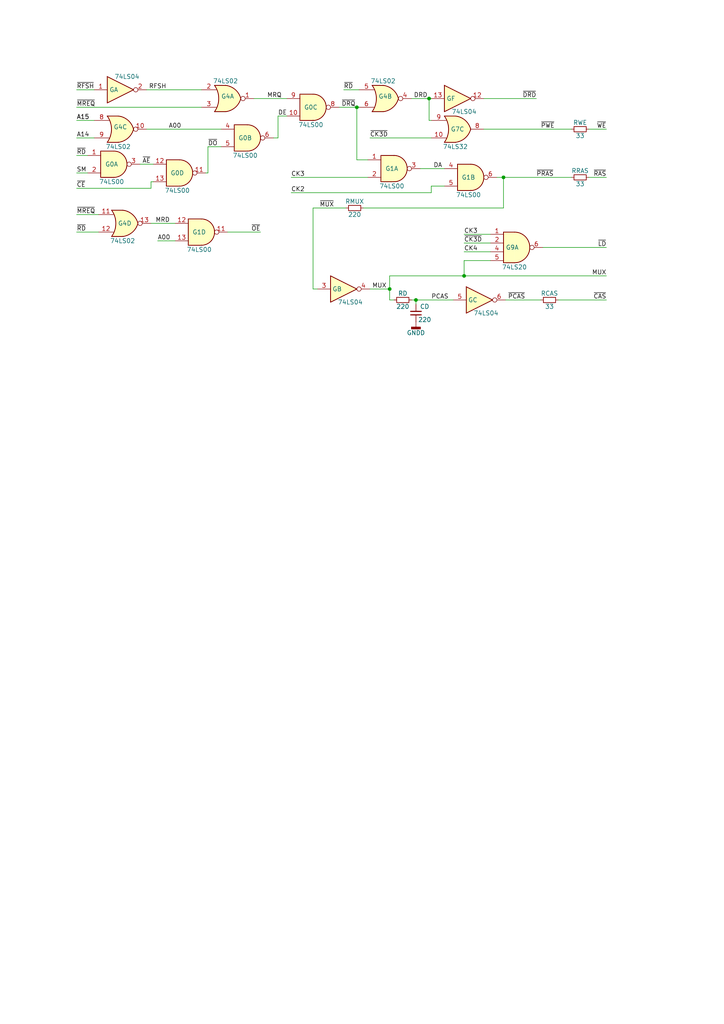
<source format=kicad_sch>
(kicad_sch (version 20231120) (generator "eeschema") (generator_version "8.0")
  (paper "A4" portrait)
  (lib_symbols
    (symbol "74xx:74LS00" (pin_names (offset 1.016))
      (property "Reference" "U" (at 0 1.27 0))
      (property "Value" "74LS00" (at 0 -1.27 0))
      (symbol "74LS00_1_1"
        (arc (start 0 -3.81) (mid 3.7934 0) (end 0 3.81) (stroke (width 0.254)) (fill (type background)))
        (polyline (pts (xy 0 3.81) (xy -3.81 3.81) (xy -3.81 -3.81) (xy 0 -3.81)) (stroke (width 0.254)) (fill (type background)))
        (pin input line (at -7.62 2.54 0) (length 3.81) (name "~") (number "1"))
        (pin input line (at -7.62 -2.54 0) (length 3.81) (name "~") (number "2"))
        (pin output inverted (at 7.62 0 180) (length 3.81) (name "~") (number "3"))
      )
      (symbol "74LS00_1_2"
        (arc (start -3.81 -3.81) (mid -2.589 0) (end -3.81 3.81) (stroke (width 0.254)))
        (arc (start -0.6096 -3.81) (mid 2.1842 -2.5851) (end 3.81 0) (stroke (width 0.254)) (fill (type background)))
        (polyline (pts (xy -3.81 -3.81) (xy -0.635 -3.81)) (stroke (width 0.254)) (fill (type background)))
        (polyline (pts (xy -3.81 3.81) (xy -0.635 3.81)) (stroke (width 0.254)) (fill (type background)))
        (polyline (pts (xy -0.635 3.81) (xy -3.81 3.81) (xy -3.81 3.81) (xy -3.556 3.4036) (xy -3.0226 2.2606) (xy -2.6924 1.0414) (xy -2.6162 -0.254) (xy -2.7686 -1.4986) (xy -3.175 -2.7178) (xy -3.81 -3.81) (xy -3.81 -3.81) (xy -0.635 -3.81)) (stroke (width -25.4)) (fill (type background)))
        (arc (start 3.81 0) (mid 2.1915 2.5936) (end -0.6096 3.81) (stroke (width 0.254)) (fill (type background)))
        (pin input inverted (at -7.62 2.54 0) (length 4.318) (name "~") (number "1"))
        (pin input inverted (at -7.62 -2.54 0) (length 4.318) (name "~") (number "2"))
        (pin output line (at 7.62 0 180) (length 3.81) (name "~") (number "3"))
      )
      (symbol "74LS00_2_1"
        (arc (start 0 -3.81) (mid 3.7934 0) (end 0 3.81) (stroke (width 0.254)) (fill (type background)))
        (polyline (pts (xy 0 3.81) (xy -3.81 3.81) (xy -3.81 -3.81) (xy 0 -3.81)) (stroke (width 0.254)) (fill (type background)))
        (pin input line (at -7.62 2.54 0) (length 3.81) (name "~") (number "4"))
        (pin input line (at -7.62 -2.54 0) (length 3.81) (name "~") (number "5"))
        (pin output inverted (at 7.62 0 180) (length 3.81) (name "~") (number "6"))
      )
      (symbol "74LS00_2_2"
        (arc (start -3.81 -3.81) (mid -2.589 0) (end -3.81 3.81) (stroke (width 0.254)))
        (arc (start -0.6096 -3.81) (mid 2.1842 -2.5851) (end 3.81 0) (stroke (width 0.254)) (fill (type background)))
        (polyline (pts (xy -3.81 -3.81) (xy -0.635 -3.81)) (stroke (width 0.254)) (fill (type background)))
        (polyline (pts (xy -3.81 3.81) (xy -0.635 3.81)) (stroke (width 0.254)) (fill (type background)))
        (polyline (pts (xy -0.635 3.81) (xy -3.81 3.81) (xy -3.81 3.81) (xy -3.556 3.4036) (xy -3.0226 2.2606) (xy -2.6924 1.0414) (xy -2.6162 -0.254) (xy -2.7686 -1.4986) (xy -3.175 -2.7178) (xy -3.81 -3.81) (xy -3.81 -3.81) (xy -0.635 -3.81)) (stroke (width -25.4)) (fill (type background)))
        (arc (start 3.81 0) (mid 2.1915 2.5936) (end -0.6096 3.81) (stroke (width 0.254)) (fill (type background)))
        (pin input inverted (at -7.62 2.54 0) (length 4.318) (name "~") (number "4"))
        (pin input inverted (at -7.62 -2.54 0) (length 4.318) (name "~") (number "5"))
        (pin output line (at 7.62 0 180) (length 3.81) (name "~") (number "6"))
      )
      (symbol "74LS00_3_1"
        (arc (start 0 -3.81) (mid 3.7934 0) (end 0 3.81) (stroke (width 0.254)) (fill (type background)))
        (polyline (pts (xy 0 3.81) (xy -3.81 3.81) (xy -3.81 -3.81) (xy 0 -3.81)) (stroke (width 0.254)) (fill (type background)))
        (pin input line (at -7.62 -2.54 0) (length 3.81) (name "~") (number "10"))
        (pin output inverted (at 7.62 0 180) (length 3.81) (name "~") (number "8"))
        (pin input line (at -7.62 2.54 0) (length 3.81) (name "~") (number "9"))
      )
      (symbol "74LS00_3_2"
        (arc (start -3.81 -3.81) (mid -2.589 0) (end -3.81 3.81) (stroke (width 0.254)))
        (arc (start -0.6096 -3.81) (mid 2.1842 -2.5851) (end 3.81 0) (stroke (width 0.254)) (fill (type background)))
        (polyline (pts (xy -3.81 -3.81) (xy -0.635 -3.81)) (stroke (width 0.254)) (fill (type background)))
        (polyline (pts (xy -3.81 3.81) (xy -0.635 3.81)) (stroke (width 0.254)) (fill (type background)))
        (polyline (pts (xy -0.635 3.81) (xy -3.81 3.81) (xy -3.81 3.81) (xy -3.556 3.4036) (xy -3.0226 2.2606) (xy -2.6924 1.0414) (xy -2.6162 -0.254) (xy -2.7686 -1.4986) (xy -3.175 -2.7178) (xy -3.81 -3.81) (xy -3.81 -3.81) (xy -0.635 -3.81)) (stroke (width -25.4)) (fill (type background)))
        (arc (start 3.81 0) (mid 2.1915 2.5936) (end -0.6096 3.81) (stroke (width 0.254)) (fill (type background)))
        (pin input inverted (at -7.62 -2.54 0) (length 4.318) (name "~") (number "10"))
        (pin output line (at 7.62 0 180) (length 3.81) (name "~") (number "8"))
        (pin input inverted (at -7.62 2.54 0) (length 4.318) (name "~") (number "9"))
      )
      (symbol "74LS00_4_1"
        (arc (start 0 -3.81) (mid 3.7934 0) (end 0 3.81) (stroke (width 0.254)) (fill (type background)))
        (polyline (pts (xy 0 3.81) (xy -3.81 3.81) (xy -3.81 -3.81) (xy 0 -3.81)) (stroke (width 0.254)) (fill (type background)))
        (pin output inverted (at 7.62 0 180) (length 3.81) (name "~") (number "11"))
        (pin input line (at -7.62 2.54 0) (length 3.81) (name "~") (number "12"))
        (pin input line (at -7.62 -2.54 0) (length 3.81) (name "~") (number "13"))
      )
      (symbol "74LS00_4_2"
        (arc (start -3.81 -3.81) (mid -2.589 0) (end -3.81 3.81) (stroke (width 0.254)))
        (arc (start -0.6096 -3.81) (mid 2.1842 -2.5851) (end 3.81 0) (stroke (width 0.254)) (fill (type background)))
        (polyline (pts (xy -3.81 -3.81) (xy -0.635 -3.81)) (stroke (width 0.254)) (fill (type background)))
        (polyline (pts (xy -3.81 3.81) (xy -0.635 3.81)) (stroke (width 0.254)) (fill (type background)))
        (polyline (pts (xy -0.635 3.81) (xy -3.81 3.81) (xy -3.81 3.81) (xy -3.556 3.4036) (xy -3.0226 2.2606) (xy -2.6924 1.0414) (xy -2.6162 -0.254) (xy -2.7686 -1.4986) (xy -3.175 -2.7178) (xy -3.81 -3.81) (xy -3.81 -3.81) (xy -0.635 -3.81)) (stroke (width -25.4)) (fill (type background)))
        (arc (start 3.81 0) (mid 2.1915 2.5936) (end -0.6096 3.81) (stroke (width 0.254)) (fill (type background)))
        (pin output line (at 7.62 0 180) (length 3.81) (name "~") (number "11"))
        (pin input inverted (at -7.62 2.54 0) (length 4.318) (name "~") (number "12"))
        (pin input inverted (at -7.62 -2.54 0) (length 4.318) (name "~") (number "13"))
      )
      (symbol "74LS00_5_0"
        (pin power_in line (at 0 12.7 270) (length 5.08) (name "VCC") (number "14"))
        (pin power_in line (at 0 -12.7 90) (length 5.08) (name "GND") (number "7"))
      )
      (symbol "74LS00_5_1"
        (rectangle (start -5.08 7.62) (end 5.08 -7.62) (stroke (width 0.254)) (fill (type background)))
      )
    )
    (symbol "74xx:74LS02" (pin_names (offset 1.016))
      (property "Reference" "U" (at 0 1.27 0))
      (property "Value" "74LS02" (at 0 -1.27 0))
      (symbol "74LS02_1_1"
        (arc (start -3.81 -3.81) (mid -2.589 0) (end -3.81 3.81) (stroke (width 0.254)))
        (arc (start -0.6096 -3.81) (mid 2.1842 -2.5851) (end 3.81 0) (stroke (width 0.254)) (fill (type background)))
        (polyline (pts (xy -3.81 -3.81) (xy -0.635 -3.81)) (stroke (width 0.254)) (fill (type background)))
        (polyline (pts (xy -3.81 3.81) (xy -0.635 3.81)) (stroke (width 0.254)) (fill (type background)))
        (polyline (pts (xy -0.635 3.81) (xy -3.81 3.81) (xy -3.81 3.81) (xy -3.556 3.4036) (xy -3.0226 2.2606) (xy -2.6924 1.0414) (xy -2.6162 -0.254) (xy -2.7686 -1.4986) (xy -3.175 -2.7178) (xy -3.81 -3.81) (xy -3.81 -3.81) (xy -0.635 -3.81)) (stroke (width -25.4)) (fill (type background)))
        (arc (start 3.81 0) (mid 2.1915 2.5936) (end -0.6096 3.81) (stroke (width 0.254)) (fill (type background)))
        (pin output inverted (at 7.62 0 180) (length 3.81) (name "~") (number "1"))
        (pin input line (at -7.62 2.54 0) (length 4.318) (name "~") (number "2"))
        (pin input line (at -7.62 -2.54 0) (length 4.318) (name "~") (number "3"))
      )
      (symbol "74LS02_1_2"
        (arc (start 0 -3.81) (mid 3.7934 0) (end 0 3.81) (stroke (width 0.254)) (fill (type background)))
        (polyline (pts (xy 0 3.81) (xy -3.81 3.81) (xy -3.81 -3.81) (xy 0 -3.81)) (stroke (width 0.254)) (fill (type background)))
        (pin output line (at 7.62 0 180) (length 3.81) (name "~") (number "1"))
        (pin input inverted (at -7.62 2.54 0) (length 3.81) (name "~") (number "2"))
        (pin input inverted (at -7.62 -2.54 0) (length 3.81) (name "~") (number "3"))
      )
      (symbol "74LS02_2_1"
        (arc (start -3.81 -3.81) (mid -2.589 0) (end -3.81 3.81) (stroke (width 0.254)))
        (arc (start -0.6096 -3.81) (mid 2.1842 -2.5851) (end 3.81 0) (stroke (width 0.254)) (fill (type background)))
        (polyline (pts (xy -3.81 -3.81) (xy -0.635 -3.81)) (stroke (width 0.254)) (fill (type background)))
        (polyline (pts (xy -3.81 3.81) (xy -0.635 3.81)) (stroke (width 0.254)) (fill (type background)))
        (polyline (pts (xy -0.635 3.81) (xy -3.81 3.81) (xy -3.81 3.81) (xy -3.556 3.4036) (xy -3.0226 2.2606) (xy -2.6924 1.0414) (xy -2.6162 -0.254) (xy -2.7686 -1.4986) (xy -3.175 -2.7178) (xy -3.81 -3.81) (xy -3.81 -3.81) (xy -0.635 -3.81)) (stroke (width -25.4)) (fill (type background)))
        (arc (start 3.81 0) (mid 2.1915 2.5936) (end -0.6096 3.81) (stroke (width 0.254)) (fill (type background)))
        (pin output inverted (at 7.62 0 180) (length 3.81) (name "~") (number "4"))
        (pin input line (at -7.62 2.54 0) (length 4.318) (name "~") (number "5"))
        (pin input line (at -7.62 -2.54 0) (length 4.318) (name "~") (number "6"))
      )
      (symbol "74LS02_2_2"
        (arc (start 0 -3.81) (mid 3.7934 0) (end 0 3.81) (stroke (width 0.254)) (fill (type background)))
        (polyline (pts (xy 0 3.81) (xy -3.81 3.81) (xy -3.81 -3.81) (xy 0 -3.81)) (stroke (width 0.254)) (fill (type background)))
        (pin output line (at 7.62 0 180) (length 3.81) (name "~") (number "4"))
        (pin input inverted (at -7.62 2.54 0) (length 3.81) (name "~") (number "5"))
        (pin input inverted (at -7.62 -2.54 0) (length 3.81) (name "~") (number "6"))
      )
      (symbol "74LS02_3_1"
        (arc (start -3.81 -3.81) (mid -2.589 0) (end -3.81 3.81) (stroke (width 0.254)))
        (arc (start -0.6096 -3.81) (mid 2.1842 -2.5851) (end 3.81 0) (stroke (width 0.254)) (fill (type background)))
        (polyline (pts (xy -3.81 -3.81) (xy -0.635 -3.81)) (stroke (width 0.254)) (fill (type background)))
        (polyline (pts (xy -3.81 3.81) (xy -0.635 3.81)) (stroke (width 0.254)) (fill (type background)))
        (polyline (pts (xy -0.635 3.81) (xy -3.81 3.81) (xy -3.81 3.81) (xy -3.556 3.4036) (xy -3.0226 2.2606) (xy -2.6924 1.0414) (xy -2.6162 -0.254) (xy -2.7686 -1.4986) (xy -3.175 -2.7178) (xy -3.81 -3.81) (xy -3.81 -3.81) (xy -0.635 -3.81)) (stroke (width -25.4)) (fill (type background)))
        (arc (start 3.81 0) (mid 2.1915 2.5936) (end -0.6096 3.81) (stroke (width 0.254)) (fill (type background)))
        (pin output inverted (at 7.62 0 180) (length 3.81) (name "~") (number "10"))
        (pin input line (at -7.62 2.54 0) (length 4.318) (name "~") (number "8"))
        (pin input line (at -7.62 -2.54 0) (length 4.318) (name "~") (number "9"))
      )
      (symbol "74LS02_3_2"
        (arc (start 0 -3.81) (mid 3.7934 0) (end 0 3.81) (stroke (width 0.254)) (fill (type background)))
        (polyline (pts (xy 0 3.81) (xy -3.81 3.81) (xy -3.81 -3.81) (xy 0 -3.81)) (stroke (width 0.254)) (fill (type background)))
        (pin output line (at 7.62 0 180) (length 3.81) (name "~") (number "10"))
        (pin input inverted (at -7.62 2.54 0) (length 3.81) (name "~") (number "8"))
        (pin input inverted (at -7.62 -2.54 0) (length 3.81) (name "~") (number "9"))
      )
      (symbol "74LS02_4_1"
        (arc (start -3.81 -3.81) (mid -2.589 0) (end -3.81 3.81) (stroke (width 0.254)))
        (arc (start -0.6096 -3.81) (mid 2.1842 -2.5851) (end 3.81 0) (stroke (width 0.254)) (fill (type background)))
        (polyline (pts (xy -3.81 -3.81) (xy -0.635 -3.81)) (stroke (width 0.254)) (fill (type background)))
        (polyline (pts (xy -3.81 3.81) (xy -0.635 3.81)) (stroke (width 0.254)) (fill (type background)))
        (polyline (pts (xy -0.635 3.81) (xy -3.81 3.81) (xy -3.81 3.81) (xy -3.556 3.4036) (xy -3.0226 2.2606) (xy -2.6924 1.0414) (xy -2.6162 -0.254) (xy -2.7686 -1.4986) (xy -3.175 -2.7178) (xy -3.81 -3.81) (xy -3.81 -3.81) (xy -0.635 -3.81)) (stroke (width -25.4)) (fill (type background)))
        (arc (start 3.81 0) (mid 2.1915 2.5936) (end -0.6096 3.81) (stroke (width 0.254)) (fill (type background)))
        (pin input line (at -7.62 2.54 0) (length 4.318) (name "~") (number "11"))
        (pin input line (at -7.62 -2.54 0) (length 4.318) (name "~") (number "12"))
        (pin output inverted (at 7.62 0 180) (length 3.81) (name "~") (number "13"))
      )
      (symbol "74LS02_4_2"
        (arc (start 0 -3.81) (mid 3.7934 0) (end 0 3.81) (stroke (width 0.254)) (fill (type background)))
        (polyline (pts (xy 0 3.81) (xy -3.81 3.81) (xy -3.81 -3.81) (xy 0 -3.81)) (stroke (width 0.254)) (fill (type background)))
        (pin input inverted (at -7.62 2.54 0) (length 3.81) (name "~") (number "11"))
        (pin input inverted (at -7.62 -2.54 0) (length 3.81) (name "~") (number "12"))
        (pin output line (at 7.62 0 180) (length 3.81) (name "~") (number "13"))
      )
      (symbol "74LS02_5_0"
        (pin power_in line (at 0 12.7 270) (length 5.08) (name "VCC") (number "14"))
        (pin power_in line (at 0 -12.7 90) (length 5.08) (name "GND") (number "7"))
      )
      (symbol "74LS02_5_1"
        (rectangle (start -5.08 7.62) (end 5.08 -7.62) (stroke (width 0.254)) (fill (type background)))
      )
    )
    (symbol "74xx:74LS04"
      (property "Reference" "U" (at 0 1.27 0))
      (property "Value" "74LS04" (at 0 -1.27 0))
      (symbol "74LS04_1_0"
        (polyline (pts (xy -3.81 3.81) (xy -3.81 -3.81) (xy 3.81 0) (xy -3.81 3.81)) (stroke (width 0.254)) (fill (type background)))
        (pin input line (at -7.62 0 0) (length 3.81) (name "~") (number "1"))
        (pin output inverted (at 7.62 0 180) (length 3.81) (name "~") (number "2"))
      )
      (symbol "74LS04_2_0"
        (polyline (pts (xy -3.81 3.81) (xy -3.81 -3.81) (xy 3.81 0) (xy -3.81 3.81)) (stroke (width 0.254)) (fill (type background)))
        (pin input line (at -7.62 0 0) (length 3.81) (name "~") (number "3"))
        (pin output inverted (at 7.62 0 180) (length 3.81) (name "~") (number "4"))
      )
      (symbol "74LS04_3_0"
        (polyline (pts (xy -3.81 3.81) (xy -3.81 -3.81) (xy 3.81 0) (xy -3.81 3.81)) (stroke (width 0.254)) (fill (type background)))
        (pin input line (at -7.62 0 0) (length 3.81) (name "~") (number "5"))
        (pin output inverted (at 7.62 0 180) (length 3.81) (name "~") (number "6"))
      )
      (symbol "74LS04_4_0"
        (polyline (pts (xy -3.81 3.81) (xy -3.81 -3.81) (xy 3.81 0) (xy -3.81 3.81)) (stroke (width 0.254)) (fill (type background)))
        (pin output inverted (at 7.62 0 180) (length 3.81) (name "~") (number "8"))
        (pin input line (at -7.62 0 0) (length 3.81) (name "~") (number "9"))
      )
      (symbol "74LS04_5_0"
        (polyline (pts (xy -3.81 3.81) (xy -3.81 -3.81) (xy 3.81 0) (xy -3.81 3.81)) (stroke (width 0.254)) (fill (type background)))
        (pin output inverted (at 7.62 0 180) (length 3.81) (name "~") (number "10"))
        (pin input line (at -7.62 0 0) (length 3.81) (name "~") (number "11"))
      )
      (symbol "74LS04_6_0"
        (polyline (pts (xy -3.81 3.81) (xy -3.81 -3.81) (xy 3.81 0) (xy -3.81 3.81)) (stroke (width 0.254)) (fill (type background)))
        (pin output inverted (at 7.62 0 180) (length 3.81) (name "~") (number "12"))
        (pin input line (at -7.62 0 0) (length 3.81) (name "~") (number "13"))
      )
      (symbol "74LS04_7_0"
        (pin power_in line (at 0 12.7 270) (length 5.08) (name "VCC") (number "14"))
        (pin power_in line (at 0 -12.7 90) (length 5.08) (name "GND") (number "7"))
      )
      (symbol "74LS04_7_1"
        (rectangle (start -5.08 7.62) (end 5.08 -7.62) (stroke (width 0.254)) (fill (type background)))
      )
    )
    (symbol "74xx:74LS20" (pin_names (offset 1.016))
      (property "Reference" "U" (at 0 1.27 0))
      (property "Value" "74LS20" (at 0 -1.27 0))
      (symbol "74LS20_1_1"
        (arc (start -0.635 -4.445) (mid 3.7907 0) (end -0.635 4.445) (stroke (width 0.254)) (fill (type background)))
        (polyline (pts (xy -0.635 4.445) (xy -3.81 4.445) (xy -3.81 -4.445) (xy -0.635 -4.445)) (stroke (width 0.254)) (fill (type background)))
        (pin input line (at -7.62 3.81 0) (length 3.81) (name "~") (number "1"))
        (pin input line (at -7.62 1.27 0) (length 3.81) (name "~") (number "2"))
        (pin input line (at -7.62 -1.27 0) (length 3.81) (name "~") (number "4"))
        (pin input line (at -7.62 -3.81 0) (length 3.81) (name "~") (number "5"))
        (pin output inverted (at 7.62 0 180) (length 3.81) (name "~") (number "6"))
      )
      (symbol "74LS20_1_2"
        (arc (start -3.81 -4.445) (mid -2.5908 0) (end -3.81 4.445) (stroke (width 0.254)))
        (arc (start -0.6096 -4.445) (mid 2.2246 -2.8422) (end 3.81 0) (stroke (width 0.254)) (fill (type background)))
        (polyline (pts (xy -3.81 -4.445) (xy -0.635 -4.445)) (stroke (width 0.254)) (fill (type background)))
        (polyline (pts (xy -3.81 4.445) (xy -0.635 4.445)) (stroke (width 0.254)) (fill (type background)))
        (polyline (pts (xy -0.635 4.445) (xy -3.81 4.445) (xy -3.81 4.445) (xy -3.6322 4.0894) (xy -3.0988 2.921) (xy -2.7686 1.6764) (xy -2.6162 0.4318) (xy -2.6416 -0.8636) (xy -2.8702 -2.1082) (xy -3.2512 -3.3274) (xy -3.81 -4.445) (xy -3.81 -4.445) (xy -0.635 -4.445)) (stroke (width -25.4)) (fill (type background)))
        (arc (start 3.81 0) (mid 2.2204 2.8379) (end -0.6096 4.445) (stroke (width 0.254)) (fill (type background)))
        (pin input inverted (at -7.62 3.81 0) (length 3.81) (name "~") (number "1"))
        (pin input inverted (at -7.62 1.27 0) (length 4.826) (name "~") (number "2"))
        (pin input inverted (at -7.62 -1.27 0) (length 4.826) (name "~") (number "4"))
        (pin input inverted (at -7.62 -3.81 0) (length 3.81) (name "~") (number "5"))
        (pin output line (at 7.62 0 180) (length 3.81) (name "~") (number "6"))
      )
      (symbol "74LS20_2_1"
        (arc (start -0.635 -4.445) (mid 3.7907 0) (end -0.635 4.445) (stroke (width 0.254)) (fill (type background)))
        (polyline (pts (xy -0.635 4.445) (xy -3.81 4.445) (xy -3.81 -4.445) (xy -0.635 -4.445)) (stroke (width 0.254)) (fill (type background)))
        (pin input line (at -7.62 1.27 0) (length 3.81) (name "~") (number "10"))
        (pin input line (at -7.62 -1.27 0) (length 3.81) (name "~") (number "12"))
        (pin input line (at -7.62 -3.81 0) (length 3.81) (name "~") (number "13"))
        (pin output inverted (at 7.62 0 180) (length 3.81) (name "~") (number "8"))
        (pin input line (at -7.62 3.81 0) (length 3.81) (name "~") (number "9"))
      )
      (symbol "74LS20_2_2"
        (arc (start -3.81 -4.445) (mid -2.5908 0) (end -3.81 4.445) (stroke (width 0.254)))
        (arc (start -0.6096 -4.445) (mid 2.2246 -2.8422) (end 3.81 0) (stroke (width 0.254)) (fill (type background)))
        (polyline (pts (xy -3.81 -4.445) (xy -0.635 -4.445)) (stroke (width 0.254)) (fill (type background)))
        (polyline (pts (xy -3.81 4.445) (xy -0.635 4.445)) (stroke (width 0.254)) (fill (type background)))
        (polyline (pts (xy -0.635 4.445) (xy -3.81 4.445) (xy -3.81 4.445) (xy -3.6322 4.0894) (xy -3.0988 2.921) (xy -2.7686 1.6764) (xy -2.6162 0.4318) (xy -2.6416 -0.8636) (xy -2.8702 -2.1082) (xy -3.2512 -3.3274) (xy -3.81 -4.445) (xy -3.81 -4.445) (xy -0.635 -4.445)) (stroke (width -25.4)) (fill (type background)))
        (arc (start 3.81 0) (mid 2.2204 2.8379) (end -0.6096 4.445) (stroke (width 0.254)) (fill (type background)))
        (pin input inverted (at -7.62 1.27 0) (length 4.826) (name "~") (number "10"))
        (pin input inverted (at -7.62 -1.27 0) (length 4.826) (name "~") (number "12"))
        (pin input inverted (at -7.62 -3.81 0) (length 3.81) (name "~") (number "13"))
        (pin output line (at 7.62 0 180) (length 3.81) (name "~") (number "8"))
        (pin input inverted (at -7.62 3.81 0) (length 3.81) (name "~") (number "9"))
      )
      (symbol "74LS20_3_0"
        (pin power_in line (at 0 12.7 270) (length 5.08) (name "VCC") (number "14"))
        (pin power_in line (at 0 -12.7 90) (length 5.08) (name "GND") (number "7"))
      )
      (symbol "74LS20_3_1"
        (rectangle (start -5.08 7.62) (end 5.08 -7.62) (stroke (width 0.254)) (fill (type background)))
      )
    )
    (symbol "74xx:74LS32" (pin_names (offset 1.016))
      (property "Reference" "U" (at 0 1.27 0))
      (property "Value" "74LS32" (at 0 -1.27 0))
      (symbol "74LS32_1_1"
        (arc (start -3.81 -3.81) (mid -2.589 0) (end -3.81 3.81) (stroke (width 0.254)))
        (arc (start -0.6096 -3.81) (mid 2.1842 -2.5851) (end 3.81 0) (stroke (width 0.254)) (fill (type background)))
        (polyline (pts (xy -3.81 -3.81) (xy -0.635 -3.81)) (stroke (width 0.254)) (fill (type background)))
        (polyline (pts (xy -3.81 3.81) (xy -0.635 3.81)) (stroke (width 0.254)) (fill (type background)))
        (polyline (pts (xy -0.635 3.81) (xy -3.81 3.81) (xy -3.81 3.81) (xy -3.556 3.4036) (xy -3.0226 2.2606) (xy -2.6924 1.0414) (xy -2.6162 -0.254) (xy -2.7686 -1.4986) (xy -3.175 -2.7178) (xy -3.81 -3.81) (xy -3.81 -3.81) (xy -0.635 -3.81)) (stroke (width -25.4)) (fill (type background)))
        (arc (start 3.81 0) (mid 2.1915 2.5936) (end -0.6096 3.81) (stroke (width 0.254)) (fill (type background)))
        (pin input line (at -7.62 2.54 0) (length 4.318) (name "~") (number "1"))
        (pin input line (at -7.62 -2.54 0) (length 4.318) (name "~") (number "2"))
        (pin output line (at 7.62 0 180) (length 3.81) (name "~") (number "3"))
      )
      (symbol "74LS32_1_2"
        (arc (start 0 -3.81) (mid 3.7934 0) (end 0 3.81) (stroke (width 0.254)) (fill (type background)))
        (polyline (pts (xy 0 3.81) (xy -3.81 3.81) (xy -3.81 -3.81) (xy 0 -3.81)) (stroke (width 0.254)) (fill (type background)))
        (pin input inverted (at -7.62 2.54 0) (length 3.81) (name "~") (number "1"))
        (pin input inverted (at -7.62 -2.54 0) (length 3.81) (name "~") (number "2"))
        (pin output inverted (at 7.62 0 180) (length 3.81) (name "~") (number "3"))
      )
      (symbol "74LS32_2_1"
        (arc (start -3.81 -3.81) (mid -2.589 0) (end -3.81 3.81) (stroke (width 0.254)))
        (arc (start -0.6096 -3.81) (mid 2.1842 -2.5851) (end 3.81 0) (stroke (width 0.254)) (fill (type background)))
        (polyline (pts (xy -3.81 -3.81) (xy -0.635 -3.81)) (stroke (width 0.254)) (fill (type background)))
        (polyline (pts (xy -3.81 3.81) (xy -0.635 3.81)) (stroke (width 0.254)) (fill (type background)))
        (polyline (pts (xy -0.635 3.81) (xy -3.81 3.81) (xy -3.81 3.81) (xy -3.556 3.4036) (xy -3.0226 2.2606) (xy -2.6924 1.0414) (xy -2.6162 -0.254) (xy -2.7686 -1.4986) (xy -3.175 -2.7178) (xy -3.81 -3.81) (xy -3.81 -3.81) (xy -0.635 -3.81)) (stroke (width -25.4)) (fill (type background)))
        (arc (start 3.81 0) (mid 2.1915 2.5936) (end -0.6096 3.81) (stroke (width 0.254)) (fill (type background)))
        (pin input line (at -7.62 2.54 0) (length 4.318) (name "~") (number "4"))
        (pin input line (at -7.62 -2.54 0) (length 4.318) (name "~") (number "5"))
        (pin output line (at 7.62 0 180) (length 3.81) (name "~") (number "6"))
      )
      (symbol "74LS32_2_2"
        (arc (start 0 -3.81) (mid 3.7934 0) (end 0 3.81) (stroke (width 0.254)) (fill (type background)))
        (polyline (pts (xy 0 3.81) (xy -3.81 3.81) (xy -3.81 -3.81) (xy 0 -3.81)) (stroke (width 0.254)) (fill (type background)))
        (pin input inverted (at -7.62 2.54 0) (length 3.81) (name "~") (number "4"))
        (pin input inverted (at -7.62 -2.54 0) (length 3.81) (name "~") (number "5"))
        (pin output inverted (at 7.62 0 180) (length 3.81) (name "~") (number "6"))
      )
      (symbol "74LS32_3_1"
        (arc (start -3.81 -3.81) (mid -2.589 0) (end -3.81 3.81) (stroke (width 0.254)))
        (arc (start -0.6096 -3.81) (mid 2.1842 -2.5851) (end 3.81 0) (stroke (width 0.254)) (fill (type background)))
        (polyline (pts (xy -3.81 -3.81) (xy -0.635 -3.81)) (stroke (width 0.254)) (fill (type background)))
        (polyline (pts (xy -3.81 3.81) (xy -0.635 3.81)) (stroke (width 0.254)) (fill (type background)))
        (polyline (pts (xy -0.635 3.81) (xy -3.81 3.81) (xy -3.81 3.81) (xy -3.556 3.4036) (xy -3.0226 2.2606) (xy -2.6924 1.0414) (xy -2.6162 -0.254) (xy -2.7686 -1.4986) (xy -3.175 -2.7178) (xy -3.81 -3.81) (xy -3.81 -3.81) (xy -0.635 -3.81)) (stroke (width -25.4)) (fill (type background)))
        (arc (start 3.81 0) (mid 2.1915 2.5936) (end -0.6096 3.81) (stroke (width 0.254)) (fill (type background)))
        (pin input line (at -7.62 -2.54 0) (length 4.318) (name "~") (number "10"))
        (pin output line (at 7.62 0 180) (length 3.81) (name "~") (number "8"))
        (pin input line (at -7.62 2.54 0) (length 4.318) (name "~") (number "9"))
      )
      (symbol "74LS32_3_2"
        (arc (start 0 -3.81) (mid 3.7934 0) (end 0 3.81) (stroke (width 0.254)) (fill (type background)))
        (polyline (pts (xy 0 3.81) (xy -3.81 3.81) (xy -3.81 -3.81) (xy 0 -3.81)) (stroke (width 0.254)) (fill (type background)))
        (pin input inverted (at -7.62 -2.54 0) (length 3.81) (name "~") (number "10"))
        (pin output inverted (at 7.62 0 180) (length 3.81) (name "~") (number "8"))
        (pin input inverted (at -7.62 2.54 0) (length 3.81) (name "~") (number "9"))
      )
      (symbol "74LS32_4_1"
        (arc (start -3.81 -3.81) (mid -2.589 0) (end -3.81 3.81) (stroke (width 0.254)))
        (arc (start -0.6096 -3.81) (mid 2.1842 -2.5851) (end 3.81 0) (stroke (width 0.254)) (fill (type background)))
        (polyline (pts (xy -3.81 -3.81) (xy -0.635 -3.81)) (stroke (width 0.254)) (fill (type background)))
        (polyline (pts (xy -3.81 3.81) (xy -0.635 3.81)) (stroke (width 0.254)) (fill (type background)))
        (polyline (pts (xy -0.635 3.81) (xy -3.81 3.81) (xy -3.81 3.81) (xy -3.556 3.4036) (xy -3.0226 2.2606) (xy -2.6924 1.0414) (xy -2.6162 -0.254) (xy -2.7686 -1.4986) (xy -3.175 -2.7178) (xy -3.81 -3.81) (xy -3.81 -3.81) (xy -0.635 -3.81)) (stroke (width -25.4)) (fill (type background)))
        (arc (start 3.81 0) (mid 2.1915 2.5936) (end -0.6096 3.81) (stroke (width 0.254)) (fill (type background)))
        (pin output line (at 7.62 0 180) (length 3.81) (name "~") (number "11"))
        (pin input line (at -7.62 2.54 0) (length 4.318) (name "~") (number "12"))
        (pin input line (at -7.62 -2.54 0) (length 4.318) (name "~") (number "13"))
      )
      (symbol "74LS32_4_2"
        (arc (start 0 -3.81) (mid 3.7934 0) (end 0 3.81) (stroke (width 0.254)) (fill (type background)))
        (polyline (pts (xy 0 3.81) (xy -3.81 3.81) (xy -3.81 -3.81) (xy 0 -3.81)) (stroke (width 0.254)) (fill (type background)))
        (pin output inverted (at 7.62 0 180) (length 3.81) (name "~") (number "11"))
        (pin input inverted (at -7.62 2.54 0) (length 3.81) (name "~") (number "12"))
        (pin input inverted (at -7.62 -2.54 0) (length 3.81) (name "~") (number "13"))
      )
      (symbol "74LS32_5_0"
        (pin power_in line (at 0 12.7 270) (length 5.08) (name "VCC") (number "14"))
        (pin power_in line (at 0 -12.7 90) (length 5.08) (name "GND") (number "7"))
      )
      (symbol "74LS32_5_1"
        (rectangle (start -5.08 7.62) (end 5.08 -7.62) (stroke (width 0.254)) (fill (type background)))
      )
    )
    (symbol "Device:C_Small" (pin_numbers hide) (pin_names (offset 0.254) hide)
      (property "Reference" "C" (at 0.254 1.778 0))
      (property "Value" "C_Small" (at 0.254 -2.032 0))
      (symbol "C_Small_0_1"
        (polyline (pts (xy -1.524 -0.508) (xy 1.524 -0.508)) (stroke (width 0.3302)))
        (polyline (pts (xy -1.524 0.508) (xy 1.524 0.508)) (stroke (width 0.3048)))
      )
      (symbol "C_Small_1_1"
        (pin passive line (at 0 2.54 270) (length 2.032) (name "~") (number "1"))
        (pin passive line (at 0 -2.54 90) (length 2.032) (name "~") (number "2"))
      )
    )
    (symbol "Device:R_Small" (pin_numbers hide) (pin_names (offset 0.254) hide)
      (property "Reference" "R" (at 0.762 0.508 0))
      (property "Value" "R_Small" (at 0.762 -1.016 0))
      (symbol "R_Small_0_1"
        (rectangle (start -0.762 1.778) (end 0.762 -1.778) (stroke (width 0.2032)))
      )
      (symbol "R_Small_1_1"
        (pin passive line (at 0 2.54 270) (length 0.762) (name "~") (number "1"))
        (pin passive line (at 0 -2.54 90) (length 0.762) (name "~") (number "2"))
      )
    )
    (symbol "power:GNDD" (power) (pin_numbers hide) (pin_names (offset 0) hide)
      (property "Value" "GNDD" (at 0 -3.175 0))
      (symbol "GNDD_0_1"
        (rectangle (start -1.27 -1.524) (end 1.27 -2.032) (stroke (width 0.254)) (fill (type outline)))
        (polyline (pts (xy 0 0) (xy 0 -1.524)))
      )
      (symbol "GNDD_1_1"
        (pin power_in line (at 0 0 270) (length 0) (name "~") (number "1"))
      )
    )
  )
  (junction (at 124.46 28.575))
  (junction (at 113.03 83.82))
  (junction (at 134.62 80.01))
  (junction (at 120.65 86.995))
  (junction (at 103.505 31.115))
  (junction (at 146.05 51.435))
  (wire (pts (xy 90.805 83.82) (xy 92.075 83.82)))
  (wire (pts (xy 124.46 28.575) (xy 124.46 34.925)))
  (wire (pts (xy 105.41 60.325) (xy 146.05 60.325)))
  (wire (pts (xy 125.095 34.925) (xy 124.46 34.925)))
  (wire (pts (xy 106.68 46.355) (xy 103.505 46.355)))
  (wire (pts (xy 66.04 67.31) (xy 75.565 67.31)))
  (wire (pts (xy 107.315 83.82) (xy 113.03 83.82)))
  (wire (pts (xy 84.455 55.88) (xy 125.095 55.88)))
  (wire (pts (xy 80.645 40.005) (xy 79.375 40.005)))
  (wire (pts (xy 134.62 75.565) (xy 134.62 80.01)))
  (wire (pts (xy 161.925 86.995) (xy 175.895 86.995)))
  (wire (pts (xy 107.315 40.005) (xy 125.095 40.005)))
  (wire (pts (xy 43.815 52.705) (xy 43.815 54.61)))
  (wire (pts (xy 43.815 54.61) (xy 22.225 54.61)))
  (wire (pts (xy 125.095 53.975) (xy 125.095 55.88)))
  (wire (pts (xy 134.62 73.025) (xy 142.24 73.025)))
  (wire (pts (xy 134.62 67.945) (xy 142.24 67.945)))
  (wire (pts (xy 42.545 26.035) (xy 58.42 26.035)))
  (wire (pts (xy 146.05 51.435) (xy 165.735 51.435)))
  (wire (pts (xy 124.46 28.575) (xy 125.095 28.575)))
  (wire (pts (xy 22.225 45.085) (xy 25.4 45.085)))
  (wire (pts (xy 22.225 34.925) (xy 27.305 34.925)))
  (wire (pts (xy 40.64 47.625) (xy 44.45 47.625)))
  (wire (pts (xy 140.335 28.575) (xy 155.575 28.575)))
  (wire (pts (xy 113.03 80.01) (xy 113.03 83.82)))
  (wire (pts (xy 22.225 62.23) (xy 28.575 62.23)))
  (wire (pts (xy 103.505 31.115) (xy 104.14 31.115)))
  (wire (pts (xy 103.505 46.355) (xy 103.505 31.115)))
  (wire (pts (xy 157.48 71.755) (xy 175.895 71.755)))
  (wire (pts (xy 170.815 37.465) (xy 175.895 37.465)))
  (wire (pts (xy 119.38 28.575) (xy 124.46 28.575)))
  (wire (pts (xy 90.805 60.325) (xy 100.33 60.325)))
  (wire (pts (xy 59.69 50.165) (xy 60.325 50.165)))
  (wire (pts (xy 60.325 42.545) (xy 64.135 42.545)))
  (wire (pts (xy 22.225 31.115) (xy 58.42 31.115)))
  (wire (pts (xy 128.905 53.975) (xy 125.095 53.975)))
  (wire (pts (xy 80.645 33.655) (xy 83.185 33.655)))
  (wire (pts (xy 73.66 28.575) (xy 83.185 28.575)))
  (wire (pts (xy 42.545 37.465) (xy 64.135 37.465)))
  (wire (pts (xy 22.225 50.165) (xy 25.4 50.165)))
  (wire (pts (xy 84.455 51.435) (xy 106.68 51.435)))
  (wire (pts (xy 120.65 88.265) (xy 120.65 86.995)))
  (wire (pts (xy 45.72 69.85) (xy 50.8 69.85)))
  (wire (pts (xy 113.03 86.995) (xy 113.03 83.82)))
  (wire (pts (xy 99.695 26.035) (xy 104.14 26.035)))
  (wire (pts (xy 144.145 51.435) (xy 146.05 51.435)))
  (wire (pts (xy 146.685 86.995) (xy 156.845 86.995)))
  (wire (pts (xy 22.225 26.035) (xy 27.305 26.035)))
  (wire (pts (xy 98.425 31.115) (xy 103.505 31.115)))
  (wire (pts (xy 134.62 70.485) (xy 142.24 70.485)))
  (wire (pts (xy 113.03 80.01) (xy 134.62 80.01)))
  (wire (pts (xy 134.62 80.01) (xy 175.895 80.01)))
  (wire (pts (xy 22.225 67.31) (xy 28.575 67.31)))
  (wire (pts (xy 121.92 48.895) (xy 128.905 48.895)))
  (wire (pts (xy 120.65 86.995) (xy 119.38 86.995)))
  (wire (pts (xy 120.65 86.995) (xy 131.445 86.995)))
  (wire (pts (xy 134.62 75.565) (xy 142.24 75.565)))
  (wire (pts (xy 60.325 42.545) (xy 60.325 50.165)))
  (wire (pts (xy 140.335 37.465) (xy 165.735 37.465)))
  (wire (pts (xy 43.815 64.77) (xy 50.8 64.77)))
  (wire (pts (xy 146.05 51.435) (xy 146.05 60.325)))
  (wire (pts (xy 90.805 60.325) (xy 90.805 83.82)))
  (wire (pts (xy 22.225 40.005) (xy 27.305 40.005)))
  (wire (pts (xy 113.03 86.995) (xy 114.3 86.995)))
  (wire (pts (xy 43.815 52.705) (xy 44.45 52.705)))
  (wire (pts (xy 170.815 51.435) (xy 175.895 51.435)))
  (wire (pts (xy 80.645 33.655) (xy 80.645 40.005)))
  (label "~{CK3D}" (at 107.315 40.005 0))
  (label "CK3" (at 134.62 67.945 0))
  (label "MUX" (at 175.895 80.01 180))
  (label "~{RD}" (at 22.225 67.31 0))
  (label "SM" (at 22.225 50.165 0))
  (label "~{CE}" (at 22.225 54.61 0))
  (label "CK2" (at 84.455 55.88 0))
  (label "~{MREQ}" (at 22.225 31.115 0))
  (label "CK3" (at 84.455 51.435 0))
  (label "A00" (at 45.72 69.85 0))
  (label "DRD" (at 120.015 28.575 0))
  (label "~{RAS}" (at 175.895 51.435 180))
  (label "RFSH" (at 43.18 26.035 0))
  (label "~{MUX}" (at 92.71 60.325 0))
  (label "MUX" (at 107.95 83.82 0))
  (label "PCAS" (at 125.095 86.995 0))
  (label "MRQ" (at 77.47 28.575 0))
  (label "~{CK3D}" (at 134.62 70.485 0))
  (label "DE" (at 80.645 33.655 0))
  (label "~{OE}" (at 75.565 67.31 180))
  (label "~{PCAS}" (at 147.32 86.995 0))
  (label "A15" (at 22.225 34.925 0))
  (label "MRD" (at 45.085 64.77 0))
  (label "DA" (at 125.73 48.895 0))
  (label "A15" (at 22.225 34.925 0))
  (label "~{MREQ}" (at 22.225 62.23 0))
  (label "~{DO}" (at 60.325 42.545 0))
  (label "~{RFSH}" (at 22.225 26.035 0))
  (label "~{DRD}" (at 155.575 28.575 180))
  (label "~{DRQ}" (at 99.06 31.115 0))
  (label "~{RD}" (at 22.225 45.085 0))
  (label "~{WE}" (at 175.895 37.465 180))
  (label "CK4" (at 134.62 73.025 0))
  (label "A14" (at 22.225 40.005 0))
  (label "~{LD}" (at 175.895 71.755 180))
  (label "~{RD}" (at 99.695 26.035 0))
  (label "~{AE}" (at 41.275 47.625 0))
  (label "~{PWE}" (at 156.845 37.465 0))
  (label "A00" (at 48.895 37.465 0))
  (label "~{PRAS}" (at 155.575 51.435 0))
  (label "~{CAS}" (at 175.895 86.995 180))
  (symbol (lib_id "74xx:74LS04") (at 99.695 83.82 0) (unit 2)
    (property "Reference" "G" (at 97.79 83.82 0))
    (property "Value" "74LS04" (at 101.6 87.63 0))
    (property "Datasheet" "http://www.ti.com/lit/gpn/sn74LS04" (effects (hide yes)))
    (property "Description" "Hex Inverter" (effects (hide yes)))
  )
  (symbol (lib_id "74xx:74LS32") (at 132.715 37.465 0) (unit 3)
    (property "Reference" "G7" (at 132.715 37.465 0))
    (property "Value" "74LS32" (at 132.08 42.545 0))
    (property "Datasheet" "http://www.ti.com/lit/gpn/sn74LS32" (effects (hide yes)))
    (property "Description" "Quad 2-input OR" (effects (hide yes)))
  )
  (symbol (lib_id "74xx:74LS20") (at 149.86 71.755 0) (unit 1)
    (property "Reference" "G9" (at 148.59 71.755 0))
    (property "Value" "74LS20" (at 149.225 77.47 0))
    (property "Datasheet" "http://www.ti.com/lit/gpn/sn74LS20" (effects (hide yes)))
    (property "Description" "Dual 4-input NAND" (effects (hide yes)))
  )
  (symbol (lib_id "74xx:74LS00") (at 33.02 47.625 0) (unit 1)
    (property "Reference" "G0" (at 32.385 47.625 0))
    (property "Value" "74LS00" (at 32.385 52.705 0))
    (property "Datasheet" "http://www.ti.com/lit/gpn/sn74ls00" (effects (hide yes)))
    (property "Description" "quad 2-input NAND gate" (effects (hide yes)))
  )
  (symbol (lib_id "Device:C_Small") (at 120.65 90.805 180) (unit 1)
    (property "Reference" "CD" (at 123.19 88.9 0))
    (property "Value" "220" (at 123.19 92.71 0))
    (property "Footprint" "Capacitor_THT:C_Disc_D3.0mm_W1.6mm_P2.50mm" (effects (hide yes)))
    (property "Description" "Unpolarized capacitor, small symbol" (effects (hide yes)))
  )
  (symbol (lib_id "74xx:74LS02") (at 36.195 64.77 0) (unit 4)
    (property "Reference" "G4" (at 36.195 64.77 0))
    (property "Value" "74LS02" (at 35.56 69.85 0))
    (property "Datasheet" "http://www.ti.com/lit/gpn/sn74ls02" (effects (hide yes)))
    (property "Description" "quad 2-input NOR gate" (effects (hide yes)))
  )
  (symbol (lib_id "74xx:74LS00") (at 136.525 51.435 0) (unit 2)
    (property "Reference" "G1" (at 135.89 51.435 0))
    (property "Value" "74LS00" (at 135.89 56.515 0))
    (property "Datasheet" "http://www.ti.com/lit/gpn/sn74ls00" (effects (hide yes)))
    (property "Description" "quad 2-input NAND gate" (effects (hide yes)))
  )
  (symbol (lib_id "74xx:74LS04") (at 139.065 86.995 0) (unit 3)
    (property "Reference" "G" (at 137.16 86.995 0))
    (property "Value" "74LS04" (at 140.97 90.805 0))
    (property "Datasheet" "http://www.ti.com/lit/gpn/sn74LS04" (effects (hide yes)))
    (property "Description" "Hex Inverter" (effects (hide yes)))
  )
  (symbol (lib_id "Device:R_Small") (at 116.84 86.995 90) (unit 1)
    (property "Reference" "RD" (at 116.84 85.09 90))
    (property "Value" "220" (at 116.84 88.9 90))
    (property "Footprint" "Resistor_THT:R_Axial_DIN0204_L3.6mm_D1.6mm_P7.62mm_Horizontal" (effects (hide yes)))
    (property "Description" "Resistor, small symbol" (effects (hide yes)))
  )
  (symbol (lib_id "74xx:74LS00") (at 52.07 50.165 0) (unit 4)
    (property "Reference" "G0" (at 51.435 50.165 0))
    (property "Value" "74LS00" (at 51.435 55.245 0))
    (property "Datasheet" "http://www.ti.com/lit/gpn/sn74ls00" (effects (hide yes)))
    (property "Description" "quad 2-input NAND gate" (effects (hide yes)))
  )
  (symbol (lib_id "74xx:74LS04") (at 34.925 26.035 0) (unit 1)
    (property "Reference" "G" (at 33.02 26.035 0))
    (property "Value" "74LS04" (at 36.83 22.225 0))
    (property "Datasheet" "http://www.ti.com/lit/gpn/sn74LS04" (effects (hide yes)))
    (property "Description" "Hex Inverter" (effects (hide yes)))
  )
  (symbol (lib_id "74xx:74LS04") (at 132.715 28.575 0) (unit 6)
    (property "Reference" "G" (at 130.81 28.575 0))
    (property "Value" "74LS04" (at 134.62 32.385 0))
    (property "Datasheet" "http://www.ti.com/lit/gpn/sn74LS04" (effects (hide yes)))
    (property "Description" "Hex Inverter" (effects (hide yes)))
  )
  (symbol (lib_id "Device:R_Small") (at 168.275 51.435 90) (unit 1)
    (property "Reference" "RRAS" (at 168.275 49.53 90))
    (property "Value" "33" (at 168.275 53.34 90))
    (property "Footprint" "Resistor_THT:R_Axial_DIN0204_L3.6mm_D1.6mm_P7.62mm_Horizontal" (effects (hide yes)))
    (property "Description" "Resistor, small symbol" (effects (hide yes)))
  )
  (symbol (lib_id "power:GNDD") (at 120.65 93.345 0) (unit 1)
    (property "Reference" "#PWR076" (effects (hide yes)))
    (property "Value" "GNDD" (at 120.65 96.52 0))
    (property "Description" "Power symbol creates a global label with name \"GNDD\" , digital ground" (effects (hide yes)))
  )
  (symbol (lib_id "74xx:74LS02") (at 34.925 37.465 0) (unit 3)
    (property "Reference" "G4" (at 34.925 36.83 0))
    (property "Value" "74LS02" (at 34.29 42.545 0))
    (property "Datasheet" "http://www.ti.com/lit/gpn/sn74ls02" (effects (hide yes)))
    (property "Description" "quad 2-input NOR gate" (effects (hide yes)))
  )
  (symbol (lib_id "74xx:74LS00") (at 58.42 67.31 0) (unit 4)
    (property "Reference" "G1" (at 57.785 67.31 0))
    (property "Value" "74LS00" (at 57.785 72.39 0))
    (property "Datasheet" "http://www.ti.com/lit/gpn/sn74ls00" (effects (hide yes)))
    (property "Description" "quad 2-input NAND gate" (effects (hide yes)))
  )
  (symbol (lib_id "74xx:74LS02") (at 111.76 28.575 0) (unit 2)
    (property "Reference" "G4" (at 111.76 27.94 0))
    (property "Value" "74LS02" (at 111.125 23.495 0))
    (property "Datasheet" "http://www.ti.com/lit/gpn/sn74ls02" (effects (hide yes)))
    (property "Description" "quad 2-input NOR gate" (effects (hide yes)))
  )
  (symbol (lib_id "Device:R_Small") (at 159.385 86.995 90) (unit 1)
    (property "Reference" "RCAS" (at 159.385 85.09 90))
    (property "Value" "33" (at 159.385 88.9 90))
    (property "Footprint" "Resistor_THT:R_Axial_DIN0204_L3.6mm_D1.6mm_P7.62mm_Horizontal" (effects (hide yes)))
    (property "Description" "Resistor, small symbol" (effects (hide yes)))
  )
  (symbol (lib_id "Device:R_Small") (at 168.275 37.465 90) (unit 1)
    (property "Reference" "RWE" (at 168.275 35.56 90))
    (property "Value" "33" (at 168.275 39.37 90))
    (property "Footprint" "Resistor_THT:R_Axial_DIN0204_L3.6mm_D1.6mm_P7.62mm_Horizontal" (effects (hide yes)))
    (property "Description" "Resistor, small symbol" (effects (hide yes)))
  )
  (symbol (lib_id "Device:R_Small") (at 102.87 60.325 90) (unit 1)
    (property "Reference" "RMUX" (at 102.87 58.42 90))
    (property "Value" "220" (at 102.87 62.23 90))
    (property "Footprint" "Resistor_THT:R_Axial_DIN0204_L3.6mm_D1.6mm_P7.62mm_Horizontal" (effects (hide yes)))
    (property "Description" "Resistor, small symbol" (effects (hide yes)))
  )
  (symbol (lib_id "74xx:74LS00") (at 71.755 40.005 0) (unit 2)
    (property "Reference" "G0" (at 71.12 40.005 0))
    (property "Value" "74LS00" (at 71.12 45.085 0))
    (property "Datasheet" "http://www.ti.com/lit/gpn/sn74ls00" (effects (hide yes)))
    (property "Description" "quad 2-input NAND gate" (effects (hide yes)))
  )
  (symbol (lib_id "74xx:74LS02") (at 66.04 28.575 0) (unit 1)
    (property "Reference" "G4" (at 66.04 27.94 0))
    (property "Value" "74LS02" (at 65.405 23.495 0))
    (property "Datasheet" "http://www.ti.com/lit/gpn/sn74ls02" (effects (hide yes)))
    (property "Description" "quad 2-input NOR gate" (effects (hide yes)))
  )
  (symbol (lib_id "74xx:74LS00") (at 114.3 48.895 0) (unit 1)
    (property "Reference" "G1" (at 113.665 48.895 0))
    (property "Value" "74LS00" (at 113.665 53.975 0))
    (property "Datasheet" "http://www.ti.com/lit/gpn/sn74ls00" (effects (hide yes)))
    (property "Description" "quad 2-input NAND gate" (effects (hide yes)))
  )
  (symbol (lib_id "74xx:74LS00") (at 90.805 31.115 0) (unit 3)
    (property "Reference" "G0" (at 90.17 31.115 0))
    (property "Value" "74LS00" (at 90.17 36.195 0))
    (property "Datasheet" "http://www.ti.com/lit/gpn/sn74ls00" (effects (hide yes)))
    (property "Description" "quad 2-input NAND gate" (effects (hide yes)))
  )
)
</source>
